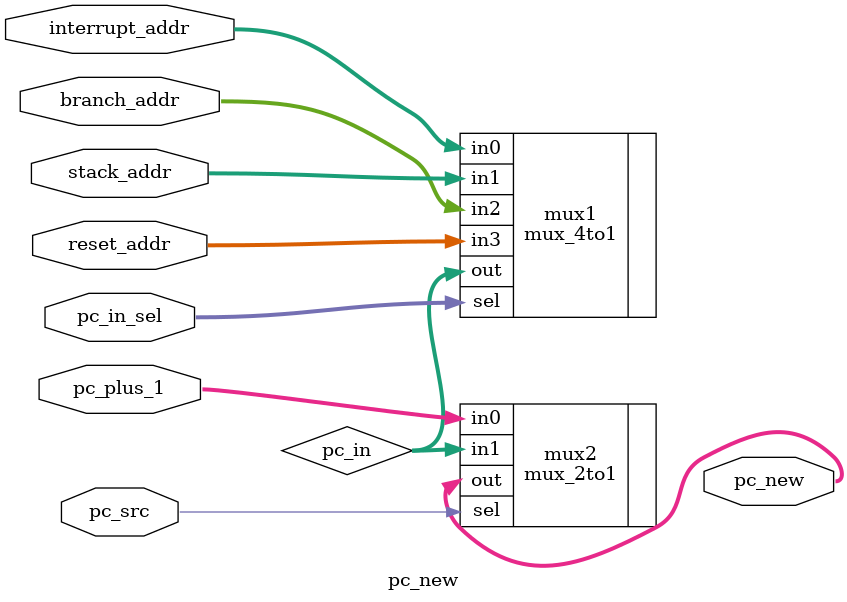
<source format=v>
module pc_new(
    input  pc_src,
    input  [1:0] pc_in_sel,
    input  [7:0] pc_plus_1,
    input  [7:0] stack_addr, // X[++sp]
    input  [7:0] branch_addr, // R[rb]
    input  [7:0] reset_addr,   // M[0]
    input  [7:0] interrupt_addr,  // M[1]
    output [7:0] pc_new
);
    wire [7:0] pc_in;
mux_4to1 mux1 (
    .sel(pc_in_sel),
    .in0(interrupt_addr),
    .in1(stack_addr),
    .in2(branch_addr),
    .in3(reset_addr),
    .out(pc_in)
);

mux_2to1 mux2 (
    .sel(pc_src),
    .in0(pc_plus_1),
    .in1(pc_in),
    .out(pc_new)
);

endmodule

</source>
